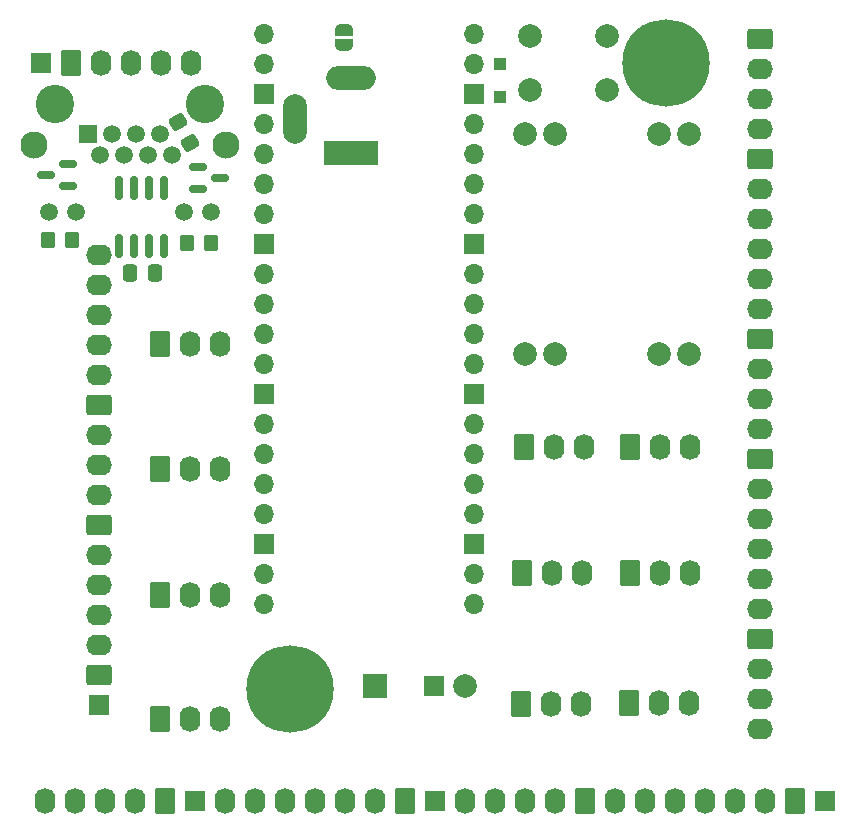
<source format=gbs>
G04 #@! TF.GenerationSoftware,KiCad,Pcbnew,7.0.1*
G04 #@! TF.CreationDate,2023-12-05T18:06:22-06:00*
G04 #@! TF.ProjectId,Pico Breakout Board V3,5069636f-2042-4726-9561-6b6f75742042,rev?*
G04 #@! TF.SameCoordinates,Original*
G04 #@! TF.FileFunction,Soldermask,Bot*
G04 #@! TF.FilePolarity,Negative*
%FSLAX46Y46*%
G04 Gerber Fmt 4.6, Leading zero omitted, Abs format (unit mm)*
G04 Created by KiCad (PCBNEW 7.0.1) date 2023-12-05 18:06:22*
%MOMM*%
%LPD*%
G01*
G04 APERTURE LIST*
G04 Aperture macros list*
%AMRoundRect*
0 Rectangle with rounded corners*
0 $1 Rounding radius*
0 $2 $3 $4 $5 $6 $7 $8 $9 X,Y pos of 4 corners*
0 Add a 4 corners polygon primitive as box body*
4,1,4,$2,$3,$4,$5,$6,$7,$8,$9,$2,$3,0*
0 Add four circle primitives for the rounded corners*
1,1,$1+$1,$2,$3*
1,1,$1+$1,$4,$5*
1,1,$1+$1,$6,$7*
1,1,$1+$1,$8,$9*
0 Add four rect primitives between the rounded corners*
20,1,$1+$1,$2,$3,$4,$5,0*
20,1,$1+$1,$4,$5,$6,$7,0*
20,1,$1+$1,$6,$7,$8,$9,0*
20,1,$1+$1,$8,$9,$2,$3,0*%
%AMFreePoly0*
4,1,19,0.000000,0.744911,0.071157,0.744911,0.207708,0.704816,0.327430,0.627875,0.420627,0.520320,0.479746,0.390866,0.500000,0.250000,0.500000,-0.250000,0.479746,-0.390866,0.420627,-0.520320,0.327430,-0.627875,0.207708,-0.704816,0.071157,-0.744911,0.000000,-0.744911,0.000000,-0.750000,-0.500000,-0.750000,-0.500000,0.750000,0.000000,0.750000,0.000000,0.744911,0.000000,0.744911,
$1*%
%AMFreePoly1*
4,1,19,0.500000,-0.750000,0.000000,-0.750000,0.000000,-0.744911,-0.071157,-0.744911,-0.207708,-0.704816,-0.327430,-0.627875,-0.420627,-0.520320,-0.479746,-0.390866,-0.500000,-0.250000,-0.500000,0.250000,-0.479746,0.390866,-0.420627,0.520320,-0.327430,0.627875,-0.207708,0.704816,-0.071157,0.744911,0.000000,0.744911,0.000000,0.750000,0.500000,0.750000,0.500000,-0.750000,0.500000,-0.750000,
$1*%
G04 Aperture macros list end*
%ADD10O,1.740000X2.190000*%
%ADD11RoundRect,0.250000X-0.620000X-0.845000X0.620000X-0.845000X0.620000X0.845000X-0.620000X0.845000X0*%
%ADD12R,1.700000X1.700000*%
%ADD13RoundRect,0.250000X-0.350000X-0.450000X0.350000X-0.450000X0.350000X0.450000X-0.350000X0.450000X0*%
%ADD14O,2.190000X1.740000*%
%ADD15RoundRect,0.250000X0.845000X-0.620000X0.845000X0.620000X-0.845000X0.620000X-0.845000X-0.620000X0*%
%ADD16C,2.000000*%
%ADD17RoundRect,0.150000X0.150000X-0.825000X0.150000X0.825000X-0.150000X0.825000X-0.150000X-0.825000X0*%
%ADD18O,1.700000X1.700000*%
%ADD19RoundRect,0.250000X-0.564711X0.078109X-0.214711X-0.528109X0.564711X-0.078109X0.214711X0.528109X0*%
%ADD20FreePoly0,90.000000*%
%ADD21FreePoly1,90.000000*%
%ADD22R,4.600000X2.000000*%
%ADD23O,4.200000X2.000000*%
%ADD24O,2.000000X4.200000*%
%ADD25RoundRect,0.250000X-0.845000X0.620000X-0.845000X-0.620000X0.845000X-0.620000X0.845000X0.620000X0*%
%ADD26RoundRect,0.250000X0.620000X0.845000X-0.620000X0.845000X-0.620000X-0.845000X0.620000X-0.845000X0*%
%ADD27C,3.250000*%
%ADD28R,1.500000X1.500000*%
%ADD29C,1.500000*%
%ADD30C,2.300000*%
%ADD31C,0.800000*%
%ADD32C,7.400000*%
%ADD33RoundRect,0.250000X-0.300000X0.300000X-0.300000X-0.300000X0.300000X-0.300000X0.300000X0.300000X0*%
%ADD34RoundRect,0.150000X0.587500X0.150000X-0.587500X0.150000X-0.587500X-0.150000X0.587500X-0.150000X0*%
%ADD35RoundRect,0.150000X-0.587500X-0.150000X0.587500X-0.150000X0.587500X0.150000X-0.587500X0.150000X0*%
%ADD36RoundRect,0.250000X0.337500X0.475000X-0.337500X0.475000X-0.337500X-0.475000X0.337500X-0.475000X0*%
%ADD37R,2.000000X2.000000*%
G04 APERTURE END LIST*
D10*
X117240000Y-88020000D03*
X114700000Y-88020000D03*
D11*
X112160000Y-88020000D03*
D12*
X135400000Y-95750000D03*
D10*
X114830000Y-43000000D03*
X112290000Y-43000000D03*
X109750000Y-43000000D03*
X107210000Y-43000000D03*
D11*
X104670000Y-43000000D03*
D13*
X114500000Y-58250000D03*
X116500000Y-58250000D03*
X102750000Y-58000000D03*
X104750000Y-58000000D03*
D14*
X107000000Y-84650000D03*
X107000000Y-87190000D03*
X107000000Y-89730000D03*
X107000000Y-92270000D03*
D15*
X107000000Y-94810000D03*
X107000000Y-82110000D03*
D14*
X107000000Y-79570000D03*
X107000000Y-77030000D03*
X107000000Y-74490000D03*
D12*
X107000000Y-97350000D03*
D15*
X107000000Y-71950000D03*
D14*
X107000000Y-69410000D03*
X107000000Y-66870000D03*
X107000000Y-64330000D03*
X107000000Y-61790000D03*
X107000000Y-59250000D03*
D12*
X135480000Y-105500000D03*
D16*
X143500000Y-45250000D03*
X150000000Y-45250000D03*
X143500000Y-40750000D03*
X150000000Y-40750000D03*
D17*
X112500000Y-53550000D03*
X111230000Y-53550000D03*
X109960000Y-53550000D03*
X108690000Y-53550000D03*
X108690000Y-58500000D03*
X109960000Y-58500000D03*
X111230000Y-58500000D03*
X112500000Y-58500000D03*
D16*
X143070000Y-49000000D03*
X145610000Y-49000000D03*
X154460000Y-49000000D03*
X157000000Y-49000000D03*
X157000000Y-67600000D03*
X154460000Y-67600000D03*
X145610000Y-67600000D03*
X143070000Y-67600000D03*
D18*
X121000000Y-40510000D03*
X121000000Y-43050000D03*
D12*
X121000000Y-45590000D03*
D18*
X121000000Y-48130000D03*
X121000000Y-50670000D03*
X121000000Y-53210000D03*
X121000000Y-55750000D03*
D12*
X121000000Y-58290000D03*
D18*
X121000000Y-60830000D03*
X121000000Y-63370000D03*
X121000000Y-65910000D03*
X121000000Y-68450000D03*
D12*
X121000000Y-70990000D03*
D18*
X121000000Y-73530000D03*
X121000000Y-76070000D03*
X121000000Y-78610000D03*
X121000000Y-81150000D03*
D12*
X121000000Y-83690000D03*
D18*
X121000000Y-86230000D03*
X121000000Y-88770000D03*
X138780000Y-88770000D03*
X138780000Y-86230000D03*
D12*
X138780000Y-83690000D03*
D18*
X138780000Y-81150000D03*
X138780000Y-78610000D03*
X138780000Y-76070000D03*
X138780000Y-73530000D03*
D12*
X138780000Y-70990000D03*
D18*
X138780000Y-68450000D03*
X138780000Y-65910000D03*
X138780000Y-63370000D03*
X138780000Y-60830000D03*
D12*
X138780000Y-58290000D03*
D18*
X138780000Y-55750000D03*
X138780000Y-53210000D03*
X138780000Y-50670000D03*
X138780000Y-48130000D03*
D12*
X138780000Y-45590000D03*
D18*
X138780000Y-43050000D03*
X138780000Y-40510000D03*
D19*
X113750000Y-48017950D03*
X114750000Y-49750000D03*
D20*
X127750000Y-40200000D03*
D21*
X127750000Y-41500000D03*
D11*
X142760000Y-97300000D03*
D10*
X145300000Y-97300000D03*
X147840000Y-97300000D03*
X147890000Y-86200000D03*
X145350000Y-86200000D03*
D11*
X142810000Y-86200000D03*
D10*
X156980000Y-97200000D03*
X154440000Y-97200000D03*
D11*
X151900000Y-97200000D03*
X112170000Y-98500000D03*
D10*
X114710000Y-98500000D03*
X117250000Y-98500000D03*
D11*
X112160000Y-77400000D03*
D10*
X114700000Y-77400000D03*
X117240000Y-77400000D03*
D12*
X102130000Y-43000000D03*
D22*
X128400000Y-50600000D03*
D23*
X128400000Y-44300000D03*
D24*
X123600000Y-47700000D03*
D14*
X163000000Y-63860000D03*
X163000000Y-61320000D03*
X163000000Y-58780000D03*
X163000000Y-56240000D03*
X163000000Y-53700000D03*
D25*
X163000000Y-51160000D03*
D14*
X163000000Y-99420000D03*
X163000000Y-96880000D03*
X163000000Y-94340000D03*
D25*
X163000000Y-91800000D03*
X163000000Y-66400000D03*
D14*
X163000000Y-68940000D03*
X163000000Y-71480000D03*
X163000000Y-74020000D03*
D10*
X150720000Y-105500000D03*
X153260000Y-105500000D03*
X155800000Y-105500000D03*
X158340000Y-105500000D03*
X160880000Y-105500000D03*
X163420000Y-105500000D03*
D26*
X165960000Y-105500000D03*
D11*
X112210000Y-66770000D03*
D10*
X114750000Y-66770000D03*
X117290000Y-66770000D03*
D12*
X168500000Y-105500000D03*
D10*
X157100000Y-86200000D03*
X154560000Y-86200000D03*
D11*
X152020000Y-86200000D03*
D12*
X115160000Y-105500000D03*
D10*
X157100000Y-75500000D03*
X154560000Y-75500000D03*
D11*
X152020000Y-75500000D03*
D10*
X148100000Y-75520000D03*
X145560000Y-75520000D03*
D11*
X143020000Y-75520000D03*
D25*
X163000000Y-76560000D03*
D14*
X163000000Y-79100000D03*
X163000000Y-81640000D03*
X163000000Y-84180000D03*
X163000000Y-86720000D03*
X163000000Y-89260000D03*
D25*
X163000000Y-41000000D03*
D14*
X163000000Y-43540000D03*
X163000000Y-46080000D03*
X163000000Y-48620000D03*
D26*
X132940000Y-105500000D03*
D10*
X130400000Y-105500000D03*
X127860000Y-105500000D03*
X125320000Y-105500000D03*
X122780000Y-105500000D03*
X120240000Y-105500000D03*
X117700000Y-105500000D03*
X102460000Y-105500000D03*
X105000000Y-105500000D03*
X107540000Y-105500000D03*
X110080000Y-105500000D03*
D26*
X112620000Y-105500000D03*
D10*
X138020000Y-105500000D03*
X140560000Y-105500000D03*
X143100000Y-105500000D03*
X145640000Y-105500000D03*
D26*
X148180000Y-105500000D03*
D27*
X116000000Y-46500000D03*
X103300000Y-46500000D03*
D28*
X106090000Y-49040000D03*
D29*
X107106000Y-50820000D03*
X108122000Y-49040000D03*
X109138000Y-50820000D03*
X110154000Y-49040000D03*
X111170000Y-50820000D03*
X112186000Y-49040000D03*
X113202000Y-50820000D03*
X102790000Y-55640000D03*
X105080000Y-55640000D03*
X114220000Y-55640000D03*
X116510000Y-55640000D03*
D30*
X101520000Y-49930000D03*
X117780000Y-49930000D03*
D31*
X156962221Y-41062779D03*
X157775000Y-43025000D03*
X156962221Y-44987221D03*
X155000000Y-45800000D03*
X153037779Y-44987221D03*
X153037779Y-41062779D03*
X155000000Y-40250000D03*
D32*
X155000000Y-43025000D03*
D31*
X152225000Y-43025000D03*
X125187221Y-94037779D03*
X126000000Y-96000000D03*
X125187221Y-97962221D03*
X123225000Y-98775000D03*
X121262779Y-97962221D03*
X121262779Y-94037779D03*
X123225000Y-93225000D03*
D32*
X123225000Y-96000000D03*
D31*
X120450000Y-96000000D03*
D33*
X141000000Y-43100000D03*
X141000000Y-45900000D03*
D34*
X104375000Y-51550000D03*
X104375000Y-53450000D03*
X102500000Y-52500000D03*
D35*
X117250000Y-52750000D03*
X115375000Y-51800000D03*
X115375000Y-53700000D03*
D36*
X111750000Y-60750000D03*
X109675000Y-60750000D03*
D16*
X138000000Y-95750000D03*
D37*
X130400000Y-95750000D03*
M02*

</source>
